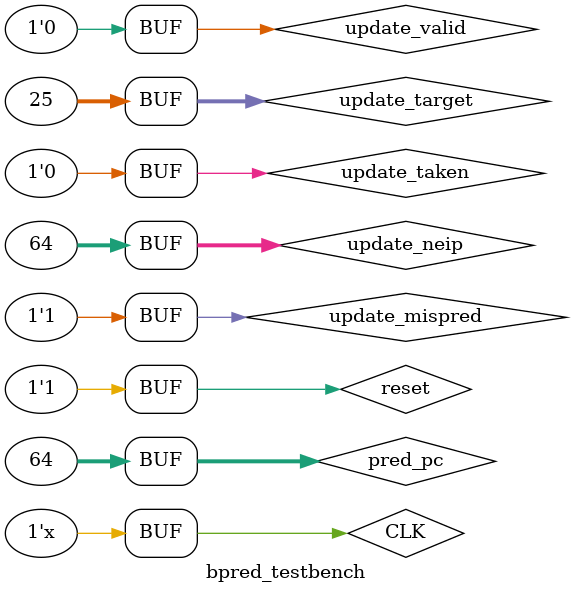
<source format=v>
module bpred_testbench;

	reg	[0:0]	CLK;
	reg	[0:0]	reset;
	reg	[31:0]	pred_pc;
	
	reg	[31:0] 	update_neip;
	reg	[31:0] 	update_target;
	reg 	[0:0]	update_taken;
	reg 	[0:0]	update_mispred;
	reg	[0:0]	update_valid;
	
	wire	[31:0]	pred_target_curr;
	wire	[0:0]	pred_taken_curr;
	wire	[0:0]	pred_hit_curr;
	
	always
	begin
		#10 CLK = !CLK;
	end
	
	bpred 	bp(CLK, reset, pred_pc, update_neip, update_target, update_taken, update_mispred, update_valid, pred_target_curr, pred_taken_curr, pred_hit_curr);
	
	initial 
	begin
	
		CLK = 0;
		reset = 0;
		
		pred_pc		= 0;	
		update_neip	= 0;	
		update_target	= 0;	
		update_taken	= 0;
		update_mispred	= 0;			
		update_valid	= 0;	
	
		//Init bp
		#20
		reset 		= 1;
	
		update_neip	= 16;
		update_target 	= 45;
		update_taken	= 1;
		update_mispred	= 1;
		update_valid 	= 1;		
		
		#20	
		update_neip	= 64;
		update_target 	= 25;
		update_taken	= 0;
		update_mispred	= 1;	
		update_valid 	= 1;		
	
		#20
		update_valid	= 0;
		pred_pc 	= 16;

		#20
		pred_pc 	= 64;
		
		//$finish;
	end
	
endmodule

</source>
